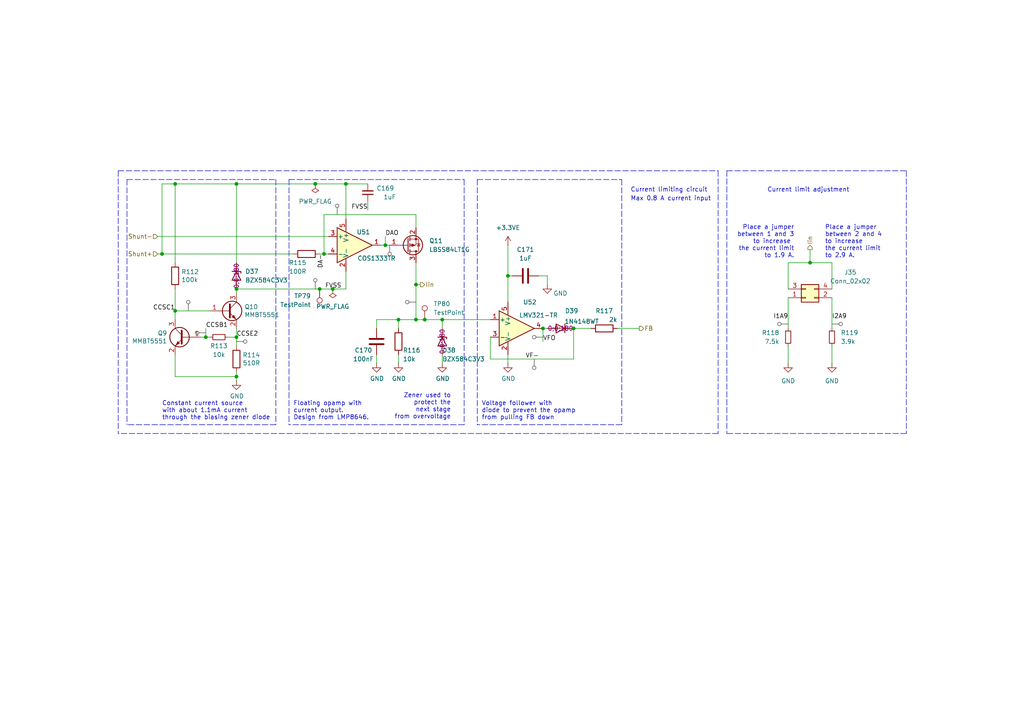
<source format=kicad_sch>
(kicad_sch (version 20250114) (generator "eeschema") (generator_version "9.0")
  (paper "A4")
  (title_block (title "HALPI2") (date "2025-03-27") (rev "v0.2.0") (company "Hat Labs Oy") (comment 1 "https://ohwr.org/cern_ohl_s_v2.pdf") (comment 2 "To view a copy of this license, visit ") (comment 3 "HALPI2 is licensed under CERN-OHL-S v2."))
  (lib_symbols
    (symbol "Amplifier_Operational:LMV321" (pin_names (offset 0.127))
      (property "Reference" "U" (at 0 5.08 0))
      (property "Value" "LMV321" (at 0 -5.08 0))
      (symbol "LMV321_0_1"
        (polyline (pts (xy -5.08 5.08) (xy 5.08 0) (xy -5.08 -5.08) (xy -5.08 5.08)) (stroke (width 0.254)) (fill (type background)))
        (pin power_in line (at -2.54 7.62 270) (length 3.81) (name "V+") (number "5"))
        (pin power_in line (at -2.54 -7.62 90) (length 3.81) (name "V-") (number "2"))
      )
      (symbol "LMV321_1_1"
        (pin input line (at -7.62 2.54 0) (length 2.54) (name "+") (number "1"))
        (pin input line (at -7.62 -2.54 0) (length 2.54) (name "-") (number "3"))
        (pin output line (at 7.62 0 180) (length 2.54) (name "~") (number "4"))
      )
    )
    (symbol "Connector:TestPoint" (pin_numbers (hide yes)) (pin_names (offset 0.762) (hide yes))
      (property "Reference" "TP" (at 0 6.858 0))
      (property "Value" "TestPoint" (at 0 5.08 0))
      (symbol "TestPoint_0_1"
        (circle (center 0 3.302) (radius 0.762))
      )
      (symbol "TestPoint_1_1"
        (pin passive line (at 0 0 90) (length 2.54) (name "1") (number "1"))
      )
    )
    (symbol "Connector_Generic:Conn_02x02_Odd_Even" (pin_names (offset 1.016) (hide yes))
      (property "Reference" "J" (at 1.27 2.54 0))
      (property "Value" "Conn_02x02_Odd_Even" (at 1.27 -5.08 0))
      (symbol "Conn_02x02_Odd_Even_1_1"
        (rectangle (start -1.27 1.27) (end 3.81 -3.81) (stroke (width 0.254)) (fill (type background)))
        (rectangle (start -1.27 0.127) (end 0 -0.127) (stroke (width 0.1524)))
        (rectangle (start -1.27 -2.413) (end 0 -2.667) (stroke (width 0.1524)))
        (rectangle (start 3.81 0.127) (end 2.54 -0.127) (stroke (width 0.1524)))
        (rectangle (start 3.81 -2.413) (end 2.54 -2.667) (stroke (width 0.1524)))
        (pin passive line (at -5.08 0 0) (length 3.81) (name "Pin_1") (number "1"))
        (pin passive line (at -5.08 -2.54 0) (length 3.81) (name "Pin_3") (number "3"))
        (pin passive line (at 7.62 0 180) (length 3.81) (name "Pin_2") (number "2"))
        (pin passive line (at 7.62 -2.54 180) (length 3.81) (name "Pin_4") (number "4"))
      )
    )
    (symbol "Device:C" (pin_numbers (hide yes)) (pin_names (offset 0.254))
      (property "Reference" "C" (at 0.635 2.54 0))
      (property "Value" "C" (at 0.635 -2.54 0))
      (symbol "C_0_1"
        (polyline (pts (xy -2.032 0.762) (xy 2.032 0.762)) (stroke (width 0.508)))
        (polyline (pts (xy -2.032 -0.762) (xy 2.032 -0.762)) (stroke (width 0.508)))
      )
      (symbol "C_1_1"
        (pin passive line (at 0 3.81 270) (length 2.794) (name "~") (number "1"))
        (pin passive line (at 0 -3.81 90) (length 2.794) (name "~") (number "2"))
      )
    )
    (symbol "Device:C_Small" (pin_numbers (hide yes)) (pin_names (offset 0.254) (hide yes))
      (property "Reference" "C" (at 0.254 1.778 0))
      (property "Value" "C_Small" (at 0.254 -2.032 0))
      (symbol "C_Small_0_1"
        (polyline (pts (xy -1.524 0.508) (xy 1.524 0.508)) (stroke (width 0.3048)))
        (polyline (pts (xy -1.524 -0.508) (xy 1.524 -0.508)) (stroke (width 0.3302)))
      )
      (symbol "C_Small_1_1"
        (pin passive line (at 0 2.54 270) (length 2.032) (name "~") (number "1"))
        (pin passive line (at 0 -2.54 90) (length 2.032) (name "~") (number "2"))
      )
    )
    (symbol "Device:D" (pin_numbers (hide yes)) (pin_names (offset 1.016) (hide yes))
      (property "Reference" "D" (at 0 2.54 0))
      (property "Value" "D" (at 0 -2.54 0))
      (symbol "D_0_1"
        (polyline (pts (xy -1.27 1.27) (xy -1.27 -1.27)) (stroke (width 0.254)))
        (polyline (pts (xy 1.27 1.27) (xy 1.27 -1.27) (xy -1.27 0) (xy 1.27 1.27)) (stroke (width 0.254)))
        (polyline (pts (xy 1.27 0) (xy -1.27 0)))
      )
      (symbol "D_1_1"
        (pin passive line (at -3.81 0 0) (length 2.54) (name "K") (number "1"))
        (pin passive line (at 3.81 0 180) (length 2.54) (name "A") (number "2"))
      )
    )
    (symbol "Device:D_Zener" (pin_numbers (hide yes)) (pin_names (offset 1.016) (hide yes))
      (property "Reference" "D" (at 0 2.54 0))
      (property "Value" "D_Zener" (at 0 -2.54 0))
      (symbol "D_Zener_0_1"
        (polyline (pts (xy -1.27 -1.27) (xy -1.27 1.27) (xy -0.762 1.27)) (stroke (width 0.254)))
        (polyline (pts (xy 1.27 0) (xy -1.27 0)))
        (polyline (pts (xy 1.27 -1.27) (xy 1.27 1.27) (xy -1.27 0) (xy 1.27 -1.27)) (stroke (width 0.254)))
      )
      (symbol "D_Zener_1_1"
        (pin passive line (at -3.81 0 0) (length 2.54) (name "K") (number "1"))
        (pin passive line (at 3.81 0 180) (length 2.54) (name "A") (number "2"))
      )
    )
    (symbol "Device:R" (pin_numbers (hide yes)) (pin_names (offset 0))
      (property "Reference" "R" (at 2.032 0 90))
      (property "Value" "R" (at 0 0 90))
      (symbol "R_0_1"
        (rectangle (start -1.016 -2.54) (end 1.016 2.54) (stroke (width 0.254)))
      )
      (symbol "R_1_1"
        (pin passive line (at 0 3.81 270) (length 1.27) (name "~") (number "1"))
        (pin passive line (at 0 -3.81 90) (length 1.27) (name "~") (number "2"))
      )
    )
    (symbol "Device:R_Small" (pin_numbers (hide yes)) (pin_names (offset 0.254) (hide yes))
      (property "Reference" "R" (at 0 0 90))
      (property "Value" "R_Small" (at 1.778 0 90))
      (symbol "R_Small_0_1"
        (rectangle (start -0.762 1.778) (end 0.762 -1.778) (stroke (width 0.2032)))
      )
      (symbol "R_Small_1_1"
        (pin passive line (at 0 2.54 270) (length 0.762) (name "~") (number "1"))
        (pin passive line (at 0 -2.54 90) (length 0.762) (name "~") (number "2"))
      )
    )
    (symbol "Hatlabs:COS1333" (pin_names (offset 0.127))
      (property "Reference" "U1103" (at 2.54 3.81 0))
      (property "Value" "COS1333TR" (at 6.35 -3.81 0))
      (symbol "COS1333_0_1"
        (polyline (pts (xy -5.08 5.08) (xy 5.08 0) (xy -5.08 -5.08) (xy -5.08 5.08)) (stroke (width 0.254)) (fill (type background)))
        (pin power_in line (at -2.54 7.62 270) (length 3.81) (name "V+") (number "5"))
        (pin power_in line (at -2.54 -7.62 90) (length 3.81) (name "V-") (number "2"))
      )
      (symbol "COS1333_1_1"
        (pin input line (at -7.62 2.54 0) (length 2.54) (name "+") (number "3"))
        (pin input line (at -7.62 -2.54 0) (length 2.54) (name "-") (number "4"))
        (pin output line (at 7.62 0 180) (length 2.54) (name "~") (number "1"))
      )
    )
    (symbol "Transistor_BJT:MMBT5551L" (pin_names (offset 0) (hide yes))
      (property "Reference" "Q" (at 5.08 1.905 0))
      (property "Value" "MMBT5551L" (at 5.08 0 0))
      (symbol "MMBT5551L_0_1"
        (polyline (pts (xy -2.54 0) (xy 0.635 0)))
        (polyline (pts (xy 0.635 1.905) (xy 0.635 -1.905)) (stroke (width 0.508)))
        (circle (center 1.27 0) (radius 2.8194) (stroke (width 0.254)))
      )
      (symbol "MMBT5551L_1_1"
        (polyline (pts (xy 0.635 0.635) (xy 2.54 2.54)))
        (polyline (pts (xy 0.635 -0.635) (xy 2.54 -2.54)))
        (polyline (pts (xy 1.27 -1.778) (xy 1.778 -1.27) (xy 2.286 -2.286) (xy 1.27 -1.778)) (fill (type outline)))
        (pin input line (at -5.08 0 0) (length 2.54) (name "B") (number "1"))
        (pin passive line (at 2.54 5.08 270) (length 2.54) (name "C") (number "3"))
        (pin passive line (at 2.54 -5.08 90) (length 2.54) (name "E") (number "2"))
      )
    )
    (symbol "Transistor_FET:BSS84" (pin_names (hide yes))
      (property "Reference" "Q" (at 5.08 1.905 0))
      (property "Value" "BSS84" (at 5.08 0 0))
      (symbol "BSS84_0_1"
        (polyline (pts (xy 0.254 1.905) (xy 0.254 -1.905)) (stroke (width 0.254)))
        (polyline (pts (xy 0.254 0) (xy -2.54 0)))
        (polyline (pts (xy 0.762 2.286) (xy 0.762 1.27)) (stroke (width 0.254)))
        (polyline (pts (xy 0.762 1.778) (xy 3.302 1.778) (xy 3.302 -1.778) (xy 0.762 -1.778)))
        (polyline (pts (xy 0.762 0.508) (xy 0.762 -0.508)) (stroke (width 0.254)))
        (polyline (pts (xy 0.762 -1.27) (xy 0.762 -2.286)) (stroke (width 0.254)))
        (circle (center 1.651 0) (radius 2.794) (stroke (width 0.254)))
        (polyline (pts (xy 2.286 0) (xy 1.27 0.381) (xy 1.27 -0.381) (xy 2.286 0)) (fill (type outline)))
        (polyline (pts (xy 2.54 2.54) (xy 2.54 1.778)))
        (circle (center 2.54 1.778) (radius 0.254) (fill (type outline)))
        (circle (center 2.54 -1.778) (radius 0.254) (fill (type outline)))
        (polyline (pts (xy 2.54 -2.54) (xy 2.54 0) (xy 0.762 0)))
        (polyline (pts (xy 2.794 -0.508) (xy 2.921 -0.381) (xy 3.683 -0.381) (xy 3.81 -0.254)))
        (polyline (pts (xy 3.302 -0.381) (xy 2.921 0.254) (xy 3.683 0.254) (xy 3.302 -0.381)))
      )
      (symbol "BSS84_1_1"
        (pin input line (at -5.08 0 0) (length 2.54) (name "G") (number "1"))
        (pin passive line (at 2.54 5.08 270) (length 2.54) (name "D") (number "3"))
        (pin passive line (at 2.54 -5.08 90) (length 2.54) (name "S") (number "2"))
      )
    )
    (symbol "power:+3V3" (power) (pin_numbers (hide yes)) (pin_names (offset 0) (hide yes))
      (property "Value" "+3V3" (at 0 3.556 0))
      (symbol "+3V3_0_1"
        (polyline (pts (xy -0.762 1.27) (xy 0 2.54)))
        (polyline (pts (xy 0 2.54) (xy 0.762 1.27)))
        (polyline (pts (xy 0 0) (xy 0 2.54)))
      )
      (symbol "+3V3_1_1"
        (pin power_in line (at 0 0 90) (length 0) (name "~") (number "1"))
      )
    )
    (symbol "power:GND" (power) (pin_numbers (hide yes)) (pin_names (offset 0) (hide yes))
      (property "Value" "GND" (at 0 -3.81 0))
      (symbol "GND_0_1"
        (polyline (pts (xy 0 0) (xy 0 -1.27) (xy 1.27 -1.27) (xy 0 -2.54) (xy -1.27 -1.27) (xy 0 -1.27)))
      )
      (symbol "GND_1_1"
        (pin power_in line (at 0 0 270) (length 0) (name "~") (number "1"))
      )
    )
    (symbol "power:PWR_FLAG" (power) (pin_numbers (hide yes)) (pin_names (offset 0) (hide yes))
      (property "Value" "PWR_FLAG" (at 0 3.81 0))
      (symbol "PWR_FLAG_0_0"
        (pin power_out line (at 0 0 90) (length 0) (name "~") (number "1"))
      )
      (symbol "PWR_FLAG_0_1"
        (polyline (pts (xy 0 0) (xy 0 1.27) (xy -1.016 1.905) (xy 0 2.54) (xy 1.016 1.905) (xy 0 1.27)))
      )
    )
  )
  (text "Place a jumper\nbetween 2 and 4\nto increase \nthe current limit\nto 2.9 A." (at 239.268 74.93 0) (effects (font (size 1.27 1.27)) (justify left bottom)))
  (text "Place a jumper\nbetween 1 and 3\nto increase \nthe current limit\nto 1.9 A." (at 230.378 74.93 0) (effects (font (size 1.27 1.27)) (justify right bottom)))
  (text "Floating opamp with\ncurrent output.\nDesign from LMP8646." (at 85.09 121.92 0) (effects (font (size 1.27 1.27)) (justify left bottom)))
  (text "Voltage follower with \ndiode to prevent the opamp\nfrom pulling FB down" (at 139.7 121.92 0) (effects (font (size 1.27 1.27)) (justify left bottom)))
  (text "Current limiting circuit" (at 182.88 55.88 0) (effects (font (size 1.27 1.27)) (justify left bottom)))
  (text "Constant current source\nwith about 1.1mA current\nthrough the biasing zener diode" (at 46.99 121.92 0) (effects (font (size 1.27 1.27)) (justify left bottom)))
  (text "Current limit adjustment" (at 246.38 55.88 0) (effects (font (size 1.27 1.27)) (justify right bottom)))
  (text "Zener used to\nprotect the\nnext stage\nfrom overvoltage" (at 130.81 121.666 0) (effects (font (size 1.27 1.27)) (justify right bottom)))
  (text "Max 0.8 A current input" (at 182.88 58.42 0) (effects (font (size 1.27 1.27)) (justify left bottom)))
  (junction (at 46.99 73.66))
  (junction (at 68.58 83.82))
  (junction (at 120.65 82.55))
  (junction (at 157.48 95.25))
  (junction (at 147.32 80.01))
  (junction (at 123.19 92.71))
  (junction (at 128.27 92.71))
  (junction (at 59.69 97.79))
  (junction (at 68.58 97.79))
  (junction (at 91.44 53.34))
  (junction (at 166.37 95.25))
  (junction (at 115.57 92.71))
  (junction (at 111.76 71.12))
  (junction (at 50.8 90.17))
  (junction (at 68.58 109.22))
  (junction (at 100.33 53.34))
  (junction (at 93.98 73.66))
  (junction (at 68.58 53.34))
  (junction (at 120.65 92.71))
  (junction (at 50.8 53.34))
  (junction (at 234.95 76.2))
  (junction (at 92.71 83.82))
  (junction (at 96.52 83.82))
  (wire (pts (xy 158.75 80.01) (xy 158.75 82.55)))
  (wire (pts (xy 228.6 100.33) (xy 228.6 105.41)))
  (wire (pts (xy 68.58 109.22) (xy 68.58 110.49)))
  (wire (pts (xy 66.04 97.79) (xy 68.58 97.79)))
  (wire (pts (xy 115.57 92.71) (xy 115.57 95.25)))
  (wire (pts (xy 147.32 71.12) (xy 147.32 80.01)))
  (wire (pts (xy 92.71 73.66) (xy 93.98 73.66)))
  (polyline (pts (xy 262.89 125.73) (xy 210.82 125.73)) (stroke (width 0) (type dash)))
  (wire (pts (xy 120.65 62.23) (xy 120.65 66.04)))
  (polyline (pts (xy 34.29 49.53) (xy 208.28 49.53)) (stroke (width 0) (type dash)))
  (wire (pts (xy 228.6 76.2) (xy 234.95 76.2)))
  (wire (pts (xy 91.44 53.34) (xy 68.58 53.34)))
  (wire (pts (xy 68.58 97.79) (xy 68.58 95.25)))
  (wire (pts (xy 142.24 104.14) (xy 142.24 97.79)))
  (wire (pts (xy 147.32 80.01) (xy 147.32 87.63)))
  (wire (pts (xy 228.6 86.36) (xy 228.6 95.25)))
  (polyline (pts (xy 83.82 52.07) (xy 134.62 52.07)) (stroke (width 0) (type dash)))
  (wire (pts (xy 50.8 102.87) (xy 50.8 109.22)))
  (wire (pts (xy 120.65 92.71) (xy 123.19 92.71)))
  (wire (pts (xy 110.49 71.12) (xy 111.76 71.12)))
  (wire (pts (xy 60.96 97.79) (xy 59.69 97.79)))
  (polyline (pts (xy 138.43 52.07) (xy 138.43 123.19)) (stroke (width 0) (type dash)))
  (polyline (pts (xy 134.62 123.19) (xy 83.82 123.19)) (stroke (width 0) (type dash)))
  (wire (pts (xy 128.27 92.71) (xy 142.24 92.71)))
  (polyline (pts (xy 34.29 49.53) (xy 34.29 125.73)) (stroke (width 0) (type dash)))
  (wire (pts (xy 120.65 92.71) (xy 115.57 92.71)))
  (wire (pts (xy 100.33 53.34) (xy 100.33 63.5)))
  (polyline (pts (xy 80.01 123.19) (xy 36.83 123.19)) (stroke (width 0) (type dash)))
  (wire (pts (xy 115.57 92.71) (xy 109.22 92.71)))
  (wire (pts (xy 59.69 97.79) (xy 58.42 97.79)))
  (wire (pts (xy 128.27 102.87) (xy 128.27 105.41)))
  (wire (pts (xy 157.48 95.25) (xy 157.48 99.06)))
  (wire (pts (xy 50.8 53.34) (xy 46.99 53.34)))
  (wire (pts (xy 106.68 60.96) (xy 106.68 58.42)))
  (wire (pts (xy 68.58 53.34) (xy 68.58 76.2)))
  (wire (pts (xy 228.6 76.2) (xy 228.6 83.82)))
  (wire (pts (xy 50.8 90.17) (xy 60.96 90.17)))
  (wire (pts (xy 158.75 80.01) (xy 156.21 80.01)))
  (polyline (pts (xy 134.62 52.07) (xy 134.62 123.19)) (stroke (width 0) (type dash)))
  (wire (pts (xy 115.57 102.87) (xy 115.57 105.41)))
  (wire (pts (xy 100.33 53.34) (xy 106.68 53.34)))
  (wire (pts (xy 128.27 95.25) (xy 128.27 92.71)))
  (polyline (pts (xy 83.82 52.07) (xy 83.82 123.19)) (stroke (width 0) (type dash)))
  (wire (pts (xy 50.8 83.82) (xy 50.8 90.17)))
  (polyline (pts (xy 180.34 123.19) (xy 138.43 123.19)) (stroke (width 0) (type dash)))
  (polyline (pts (xy 262.89 49.53) (xy 262.89 125.73)) (stroke (width 0) (type dash)))
  (wire (pts (xy 109.22 102.87) (xy 109.22 105.41)))
  (polyline (pts (xy 36.83 52.07) (xy 36.83 123.19)) (stroke (width 0) (type dash)))
  (wire (pts (xy 68.58 107.95) (xy 68.58 109.22)))
  (wire (pts (xy 45.72 68.58) (xy 95.25 68.58)))
  (wire (pts (xy 50.8 109.22) (xy 68.58 109.22)))
  (polyline (pts (xy 208.28 125.73) (xy 34.29 125.73)) (stroke (width 0) (type dash)))
  (polyline (pts (xy 180.34 52.07) (xy 180.34 123.19)) (stroke (width 0) (type dash)))
  (wire (pts (xy 234.95 72.39) (xy 234.95 76.2)))
  (wire (pts (xy 179.07 95.25) (xy 185.42 95.25)))
  (wire (pts (xy 59.69 95.25) (xy 59.69 97.79)))
  (polyline (pts (xy 80.01 52.07) (xy 80.01 123.19)) (stroke (width 0) (type dash)))
  (wire (pts (xy 93.98 62.23) (xy 93.98 73.66)))
  (wire (pts (xy 93.98 62.23) (xy 120.65 62.23)))
  (wire (pts (xy 100.33 78.74) (xy 100.33 83.82)))
  (wire (pts (xy 157.48 95.25) (xy 158.75 95.25)))
  (wire (pts (xy 148.59 80.01) (xy 147.32 80.01)))
  (wire (pts (xy 96.52 83.82) (xy 100.33 83.82)))
  (wire (pts (xy 100.33 53.34) (xy 91.44 53.34)))
  (wire (pts (xy 50.8 53.34) (xy 50.8 76.2)))
  (polyline (pts (xy 210.82 49.53) (xy 262.89 49.53)) (stroke (width 0) (type dash)))
  (wire (pts (xy 46.99 73.66) (xy 85.09 73.66)))
  (wire (pts (xy 92.71 83.82) (xy 96.52 83.82)))
  (wire (pts (xy 68.58 83.82) (xy 92.71 83.82)))
  (wire (pts (xy 120.65 82.55) (xy 121.92 82.55)))
  (wire (pts (xy 166.37 95.25) (xy 166.37 104.14)))
  (wire (pts (xy 111.76 68.58) (xy 111.76 71.12)))
  (polyline (pts (xy 208.28 49.53) (xy 208.28 125.73)) (stroke (width 0) (type dash)))
  (wire (pts (xy 123.19 92.71) (xy 128.27 92.71)))
  (polyline (pts (xy 138.43 52.07) (xy 180.34 52.07)) (stroke (width 0) (type dash)))
  (wire (pts (xy 241.3 76.2) (xy 241.3 83.82)))
  (wire (pts (xy 46.99 53.34) (xy 46.99 73.66)))
  (wire (pts (xy 68.58 97.79) (xy 68.58 100.33)))
  (wire (pts (xy 234.95 76.2) (xy 241.3 76.2)))
  (polyline (pts (xy 36.83 52.07) (xy 80.01 52.07)) (stroke (width 0) (type dash)))
  (wire (pts (xy 166.37 95.25) (xy 171.45 95.25)))
  (wire (pts (xy 68.58 83.82) (xy 68.58 85.09)))
  (wire (pts (xy 241.3 100.33) (xy 241.3 105.41)))
  (wire (pts (xy 241.3 86.36) (xy 241.3 95.25)))
  (polyline (pts (xy 210.82 49.53) (xy 210.82 125.73)) (stroke (width 0) (type dash)))
  (wire (pts (xy 50.8 90.17) (xy 50.8 92.71)))
  (wire (pts (xy 166.37 104.14) (xy 142.24 104.14)))
  (wire (pts (xy 120.65 76.2) (xy 120.65 82.55)))
  (wire (pts (xy 109.22 92.71) (xy 109.22 95.25)))
  (wire (pts (xy 111.76 71.12) (xy 113.03 71.12)))
  (wire (pts (xy 120.65 82.55) (xy 120.65 92.71)))
  (wire (pts (xy 147.32 102.87) (xy 147.32 105.41)))
  (wire (pts (xy 45.72 73.66) (xy 46.99 73.66)))
  (wire (pts (xy 68.58 53.34) (xy 50.8 53.34)))
  (wire (pts (xy 93.98 73.66) (xy 95.25 73.66)))
  (label "DAO" (at 111.76 68.58 0))
  (label "VFO" (at 157.48 99.06 0))
  (label "FVSS" (at 106.68 60.96 180))
  (label "CCSC1" (at 50.8 90.17 180))
  (label "I2A9" (at 241.3 92.71 0))
  (label "DA-" (at 93.98 73.66 270))
  (label "CCSB1" (at 59.69 95.25 0))
  (label "CCSE2" (at 68.58 97.79 0))
  (label "VF-" (at 152.4 104.14 0))
  (label "FVSS" (at 99.06 83.82 180))
  (label "I1A9" (at 228.6 92.71 180))
  (hierarchical_label "Iin" (shape output) (at 121.92 82.55 0))
  (hierarchical_label "Shunt+" (shape input) (at 45.72 73.66 180))
  (hierarchical_label "Shunt-" (shape input) (at 45.72 68.58 180))
  (hierarchical_label "Iin" (shape output) (at 234.95 72.39 90))
  (hierarchical_label "FB" (shape output) (at 185.42 95.25 0))
  (netclass_flag "" (length 2.54) (shape round) (at 97.79 62.23 0) (property "Netclass" "Analog" (effects (hide yes))))
  (netclass_flag "" (length 2.54) (shape round) (at 54.61 90.17 0) (property "Netclass" "Analog" (effects (hide yes))))
  (netclass_flag "" (length 2.54) (shape round) (at 59.69 96.52 90) (property "Netclass" "Analog" (effects (hide yes))))
  (netclass_flag "" (length 2.54) (shape round) (at 241.3 93.98 270) (property "Netclass" "Analog" (effects (hide yes))))
  (netclass_flag "" (length 2.54) (shape round) (at 68.58 99.06 270) (property "Netclass" "Analog" (effects (hide yes))))
  (netclass_flag "" (length 2.54) (shape round) (at 228.6 93.98 90) (property "Netclass" "Analog" (effects (hide yes))))
  (netclass_flag "" (length 2.54) (shape round) (at 91.44 83.82 0) (property "Netclass" "Analog" (effects (hide yes))))
  (netclass_flag "" (length 2.54) (shape round) (at 157.48 97.79 90) (property "Netclass" "Analog" (effects (hide yes))))
  (netclass_flag "" (length 2.54) (shape round) (at 120.65 87.63 90) (property "Netclass" "Analog" (effects (hide yes))))
  (netclass_flag "" (length 2.54) (shape round) (at 113.03 71.12 180) (property "Netclass" "Analog" (effects (hide yes))))
  (netclass_flag "" (length 2.54) (shape round) (at 154.94 104.14 180) (property "Netclass" "Analog" (effects (hide yes))))
  (symbol (lib_id "Connector_Generic:Conn_02x02_Odd_Even") (at 233.68 86.36 0) (mirror x) (unit 1)
    (property "Reference" "J35" (at 246.634 78.994 0))
    (property "Value" "Conn_02x02" (at 246.634 81.534 0))
    (property "Footprint" "Connector_PinHeader_2.54mm:PinHeader_2x02_P2.54mm_Vertical_SMD" (effects (hide yes)))
    (property "Description" "Generic connector, double row, 02x02, odd/even pin numbering scheme (row 1 odd numbers, row 2 even numbers), script generated (kicad-library-utils/schlib/autogen/connector/)" (effects (hide yes)))
    (property "LCSC" "C919361" (effects (hide yes)))
    (property "JLCPCB_CORRECTION" "0;0;90" (effects (hide yes)))
  )
  (symbol (lib_id "Device:D") (at 162.56 95.25 180) (unit 1)
    (property "Reference" "D39" (at 163.83 90.17 0) (effects (justify right)))
    (property "Value" "1N4148WT" (at 163.703 93.2434 0) (effects (justify right)))
    (property "Footprint" "Diode_SMD:D_SOD-523" (effects (hide yes)))
    (property "Description" "Diode" (effects (hide yes)))
    (property "LCSC" "C7420320" (effects (hide yes)))
    (property "Sim.Device" "D" (effects (hide yes)))
    (property "Sim.Pins" "1=K 2=A" (effects (hide yes)))
    (property "JLCPCB_CORRECTION" "0;0;180" (at 162.56 95.25 0))
  )
  (symbol (lib_id "Device:C") (at 152.4 80.01 270) (mirror x) (unit 1)
    (property "Reference" "C171" (at 152.4 72.39 90))
    (property "Value" "1uF" (at 152.4 74.93 90))
    (property "Footprint" "Capacitor_SMD:C_0402_1005Metric" (effects (hide yes)))
    (property "Description" "Unpolarized capacitor" (effects (hide yes)))
    (property "LCSC" "C52923" (effects (hide yes)))
  )
  (symbol (lib_id "Device:D_Zener") (at 68.58 80.01 270) (unit 1)
    (property "Reference" "D37" (at 71.12 78.7399 90) (effects (justify left)))
    (property "Value" "BZX584C3V3" (at 71.12 81.2799 90) (effects (justify left)))
    (property "Footprint" "Diode_SMD:D_SOD-523" (effects (hide yes)))
    (property "Description" "Zener diode" (effects (hide yes)))
    (property "LCSC" "C19077462" (effects (hide yes)))
    (property "JLCPCB_CORRECTION" "0;0;180" (at 68.58 80.01 0))
  )
  (symbol (lib_id "Device:R_Small") (at 63.5 97.79 270) (mirror x) (unit 1)
    (property "Reference" "R113" (at 63.5 100.33 90))
    (property "Value" "10k" (at 63.5 102.87 90))
    (property "Footprint" "Resistor_SMD:R_0402_1005Metric" (effects (hide yes)))
    (property "Description" "Resistor, small symbol" (effects (hide yes)))
    (property "LCSC" "C25744" (effects (hide yes)))
  )
  (symbol (lib_id "Transistor_BJT:MMBT5551L") (at 66.04 90.17 0) (unit 1)
    (property "Reference" "Q10" (at 70.8914 89.0016 0) (effects (justify left)))
    (property "Value" "MMBT5551" (at 70.8914 91.313 0) (effects (justify left)))
    (property "Footprint" "Package_TO_SOT_SMD:SOT-23" (effects (hide yes)))
    (property "Datasheet" "www.onsemi.com/pub/Collateral/MMBT5550LT1-D.PDF" (effects (hide yes)))
    (property "Description" "0.6A Ic, 160V Vce, NPN Transistor, SOT-23" (effects (hide yes)))
    (property "LCSC" "C2145" (effects (hide yes)))
    (property "JLCPCB_CORRECTION" "0;0;180" (effects (hide yes)))
  )
  (symbol (lib_id "power:GND") (at 158.75 82.55 0) (mirror y) (unit 1)
    (property "Reference" "#PWR0342" (effects (hide yes)))
    (property "Value" "GND" (at 162.56 85.09 0))
    (property "Description" "Power symbol creates a global label with name \"GND\" , ground" (effects (hide yes)))
  )
  (symbol (lib_id "power:GND") (at 128.27 105.41 0) (unit 1)
    (property "Reference" "#PWR0339" (effects (hide yes)))
    (property "Value" "GND" (at 128.397 109.8042 0))
    (property "Description" "Power symbol creates a global label with name \"GND\" , ground" (effects (hide yes)))
  )
  (symbol (lib_id "Transistor_FET:BSS84") (at 118.11 71.12 0) (mirror x) (unit 1)
    (property "Reference" "Q11" (at 124.46 69.8499 0) (effects (justify left)))
    (property "Value" "LBSS84LT1G" (at 124.46 72.3899 0) (effects (justify left)))
    (property "Footprint" "Package_TO_SOT_SMD:SOT-23" (effects (hide yes)))
    (property "Datasheet" "http://assets.nexperia.com/documents/data-sheet/BSS84.pdf" (effects (hide yes)))
    (property "Description" "-0.13A Id, -50V Vds, P-Channel MOSFET, SOT-23" (effects (hide yes)))
    (property "LCSC" "C8492" (effects (hide yes)))
    (property "JLCPCB_CORRECTION" "0;0;180" (effects (hide yes)))
  )
  (symbol (lib_id "power:GND") (at 115.57 105.41 0) (unit 1)
    (property "Reference" "#PWR0338" (effects (hide yes)))
    (property "Value" "GND" (at 115.697 109.8042 0))
    (property "Description" "Power symbol creates a global label with name \"GND\" , ground" (effects (hide yes)))
  )
  (symbol (lib_id "Device:R") (at 115.57 99.06 0) (unit 1)
    (property "Reference" "R116" (at 116.84 101.6 0) (effects (justify left)))
    (property "Value" "10k" (at 116.84 104.14 0) (effects (justify left)))
    (property "Footprint" "Resistor_SMD:R_0603_1608Metric_Pad0.98x0.95mm_HandSolder" (effects (hide yes)))
    (property "Description" "Resistor" (effects (hide yes)))
    (property "LCSC" "C25804" (effects (hide yes)))
  )
  (symbol (lib_id "power:GND") (at 228.6 105.41 0) (unit 1)
    (property "Reference" "#PWR0343" (effects (hide yes)))
    (property "Value" "GND" (at 228.6 110.49 0))
    (property "Description" "Power symbol creates a global label with name \"GND\" , ground" (effects (hide yes)))
  )
  (symbol (lib_id "Device:C") (at 109.22 99.06 180) (unit 1)
    (property "Reference" "C170" (at 105.41 101.6 0))
    (property "Value" "100nF" (at 105.41 104.14 0))
    (property "Footprint" "Capacitor_SMD:C_0603_1608Metric" (effects (hide yes)))
    (property "Description" "Unpolarized capacitor" (effects (hide yes)))
    (property "LCSC" "C14663" (effects (hide yes)))
  )
  (symbol (lib_id "power:GND") (at 147.32 105.41 0) (unit 1)
    (property "Reference" "#PWR0341" (effects (hide yes)))
    (property "Value" "GND" (at 147.447 109.8042 0))
    (property "Description" "Power symbol creates a global label with name \"GND\" , ground" (effects (hide yes)))
  )
  (symbol (lib_id "power:GND") (at 241.3 105.41 0) (unit 1)
    (property "Reference" "#PWR0344" (effects (hide yes)))
    (property "Value" "GND" (at 241.3 110.49 0))
    (property "Description" "Power symbol creates a global label with name \"GND\" , ground" (effects (hide yes)))
  )
  (symbol (lib_id "Device:R_Small") (at 228.6 97.79 0) (mirror y) (unit 1)
    (property "Reference" "R118" (at 226.06 96.52 0) (effects (justify left)))
    (property "Value" "7.5k" (at 226.06 99.06 0) (effects (justify left)))
    (property "Footprint" "Resistor_SMD:R_0603_1608Metric_Pad0.98x0.95mm_HandSolder" (effects (hide yes)))
    (property "Description" "Resistor, small symbol" (effects (hide yes)))
    (property "LCSC" "C23234" (effects (hide yes)))
  )
  (symbol (lib_id "Device:R") (at 50.8 80.01 0) (unit 1)
    (property "Reference" "R112" (at 52.578 78.8416 0) (effects (justify left)))
    (property "Value" "100k" (at 52.578 81.153 0) (effects (justify left)))
    (property "Footprint" "Resistor_SMD:R_0402_1005Metric" (effects (hide yes)))
    (property "Description" "Resistor" (effects (hide yes)))
    (property "LCSC" "C25741" (effects (hide yes)))
  )
  (symbol (lib_id "Connector:TestPoint") (at 92.71 83.82 0) (mirror x) (unit 1)
    (property "Reference" "TP79" (at 90.17 85.8519 0) (effects (justify right)))
    (property "Value" "TestPoint" (at 90.17 88.3919 0) (effects (justify right)))
    (property "Footprint" "TestPoint:TestPoint_Pad_D1.0mm" (effects (hide yes)))
    (property "Description" "test point" (effects (hide yes)))
  )
  (symbol (lib_id "Transistor_BJT:MMBT5551L") (at 53.34 97.79 0) (mirror y) (unit 1)
    (property "Reference" "Q9" (at 48.4886 96.6216 0) (effects (justify left)))
    (property "Value" "MMBT5551" (at 48.4886 98.933 0) (effects (justify left)))
    (property "Footprint" "Package_TO_SOT_SMD:SOT-23" (effects (hide yes)))
    (property "Datasheet" "www.onsemi.com/pub/Collateral/MMBT5550LT1-D.PDF" (effects (hide yes)))
    (property "Description" "0.6A Ic, 160V Vce, NPN Transistor, SOT-23" (effects (hide yes)))
    (property "LCSC" "C2145" (effects (hide yes)))
    (property "JLCPCB_CORRECTION" "0;0;180" (effects (hide yes)))
  )
  (symbol (lib_id "Device:R") (at 88.9 73.66 90) (unit 1)
    (property "Reference" "R115" (at 88.9 76.2 90) (effects (justify left)))
    (property "Value" "100R" (at 88.9 78.74 90) (effects (justify left)))
    (property "Footprint" "Resistor_SMD:R_0402_1005Metric" (effects (hide yes)))
    (property "Description" "Resistor" (effects (hide yes)))
    (property "LCSC" "C25076" (effects (hide yes)))
    (property "Component Class" "fine_pitch" (effects (hide yes)))
  )
  (symbol (lib_id "power:GND") (at 109.22 105.41 0) (unit 1)
    (property "Reference" "#PWR0337" (effects (hide yes)))
    (property "Value" "GND" (at 109.347 109.8042 0))
    (property "Description" "Power symbol creates a global label with name \"GND\" , ground" (effects (hide yes)))
  )
  (symbol (lib_id "Connector:TestPoint") (at 123.19 92.71 0) (unit 1)
    (property "Reference" "TP80" (at 125.73 88.1379 0) (effects (justify left)))
    (property "Value" "TestPoint" (at 125.73 90.6779 0) (effects (justify left)))
    (property "Footprint" "TestPoint:TestPoint_Pad_D1.0mm" (effects (hide yes)))
    (property "Description" "test point" (effects (hide yes)))
  )
  (symbol (lib_id "power:PWR_FLAG") (at 91.44 53.34 180) (unit 1)
    (property "Reference" "#FLG022" (effects (hide yes)))
    (property "Value" "PWR_FLAG" (at 91.44 58.42 0))
    (property "Description" "Special symbol for telling ERC where power comes from" (effects (hide yes)))
  )
  (symbol (lib_id "power:+3V3") (at 147.32 71.12 0) (unit 1)
    (property "Reference" "#PWR0340" (effects (hide yes)))
    (property "Value" "+3.3VE" (at 147.32 66.04 0))
    (property "Description" "Power symbol creates a global label with name \"+3V3\"" (effects (hide yes)))
  )
  (symbol (lib_id "Amplifier_Operational:LMV321") (at 149.86 95.25 0) (unit 1)
    (property "Reference" "U52" (at 153.67 87.63 0))
    (property "Value" "LMV321-TR" (at 156.21 91.44 0))
    (property "Footprint" "Package_TO_SOT_SMD:SOT-23-5" (effects (hide yes)))
    (property "Datasheet" "http://www.ti.com/lit/ds/symlink/lmv324.pdf" (effects (hide yes)))
    (property "Description" "Low-Voltage Rail-to-Rail Output Operational Amplifiers, SOT-23-5/SC-70-5" (effects (hide yes)))
    (property "LCSC" "C362273" (effects (hide yes)))
    (property "JLCPCB_CORRECTION" "0;0;180" (effects (hide yes)))
  )
  (symbol (lib_id "power:PWR_FLAG") (at 96.52 83.82 180) (unit 1)
    (property "Reference" "#FLG023" (effects (hide yes)))
    (property "Value" "PWR_FLAG" (at 96.52 88.9 0))
    (property "Description" "Special symbol for telling ERC where power comes from" (effects (hide yes)))
  )
  (symbol (lib_id "Device:D_Zener") (at 128.27 99.06 270) (unit 1)
    (property "Reference" "D38" (at 128.27 101.6 90) (effects (justify left)))
    (property "Value" "BZX584C3V3" (at 128.27 104.14 90) (effects (justify left)))
    (property "Footprint" "Diode_SMD:D_SOD-523" (effects (hide yes)))
    (property "Description" "Zener diode" (effects (hide yes)))
    (property "LCSC" "C19077462" (effects (hide yes)))
    (property "JLCPCB_CORRECTION" "0;0;180" (at 128.27 99.06 0))
  )
  (symbol (lib_id "Device:R") (at 175.26 95.25 90) (unit 1)
    (property "Reference" "R117" (at 177.8 90.17 90) (effects (justify left)))
    (property "Value" "2k" (at 179.07 92.71 90) (effects (justify left)))
    (property "Footprint" "Resistor_SMD:R_0603_1608Metric" (effects (hide yes)))
    (property "Description" "Resistor" (effects (hide yes)))
    (property "LCSC" "C22975" (effects (hide yes)))
  )
  (symbol (lib_id "power:GND") (at 68.58 110.49 0) (unit 1)
    (property "Reference" "#PWR0336" (effects (hide yes)))
    (property "Value" "GND" (at 68.707 114.8842 0))
    (property "Description" "Power symbol creates a global label with name \"GND\" , ground" (effects (hide yes)))
  )
  (symbol (lib_id "Hatlabs:COS1333") (at 102.87 71.12 0) (unit 1)
    (property "Reference" "U51" (at 105.41 67.31 0))
    (property "Value" "COS1333TR" (at 109.22 74.93 0))
    (property "Footprint" "Package_TO_SOT_SMD:SOT-23-5" (effects (hide yes)))
    (property "LCSC" "C693072" (effects (hide yes)))
    (property "JLCPCB_CORRECTION" "0;0;270" (effects (hide yes)))
  )
  (symbol (lib_id "Device:R") (at 68.58 104.14 0) (unit 1)
    (property "Reference" "R114" (at 70.358 102.9716 0) (effects (justify left)))
    (property "Value" "510R" (at 70.358 105.283 0) (effects (justify left)))
    (property "Footprint" "Resistor_SMD:R_0402_1005Metric" (effects (hide yes)))
    (property "Description" "Resistor" (effects (hide yes)))
    (property "LCSC" "C25123" (effects (hide yes)))
  )
  (symbol (lib_id "Device:R_Small") (at 241.3 97.79 0) (unit 1)
    (property "Reference" "R119" (at 243.84 96.5199 0) (effects (justify left)))
    (property "Value" "3.9k" (at 243.84 99.0599 0) (effects (justify left)))
    (property "Footprint" "Resistor_SMD:R_0603_1608Metric_Pad0.98x0.95mm_HandSolder" (effects (hide yes)))
    (property "Description" "Resistor, small symbol" (effects (hide yes)))
    (property "LCSC" "C23018" (effects (hide yes)))
  )
  (symbol (lib_id "Device:C_Small") (at 106.68 55.88 0) (mirror x) (unit 1)
    (property "Reference" "C169" (at 111.76 54.61 0))
    (property "Value" "1uF" (at 113.03 57.15 0))
    (property "Footprint" "Capacitor_SMD:C_0402_1005Metric" (effects (hide yes)))
    (property "Description" "Unpolarized capacitor, small symbol" (effects (hide yes)))
    (property "LCSC" "C52923" (effects (hide yes)))
  )
)
</source>
